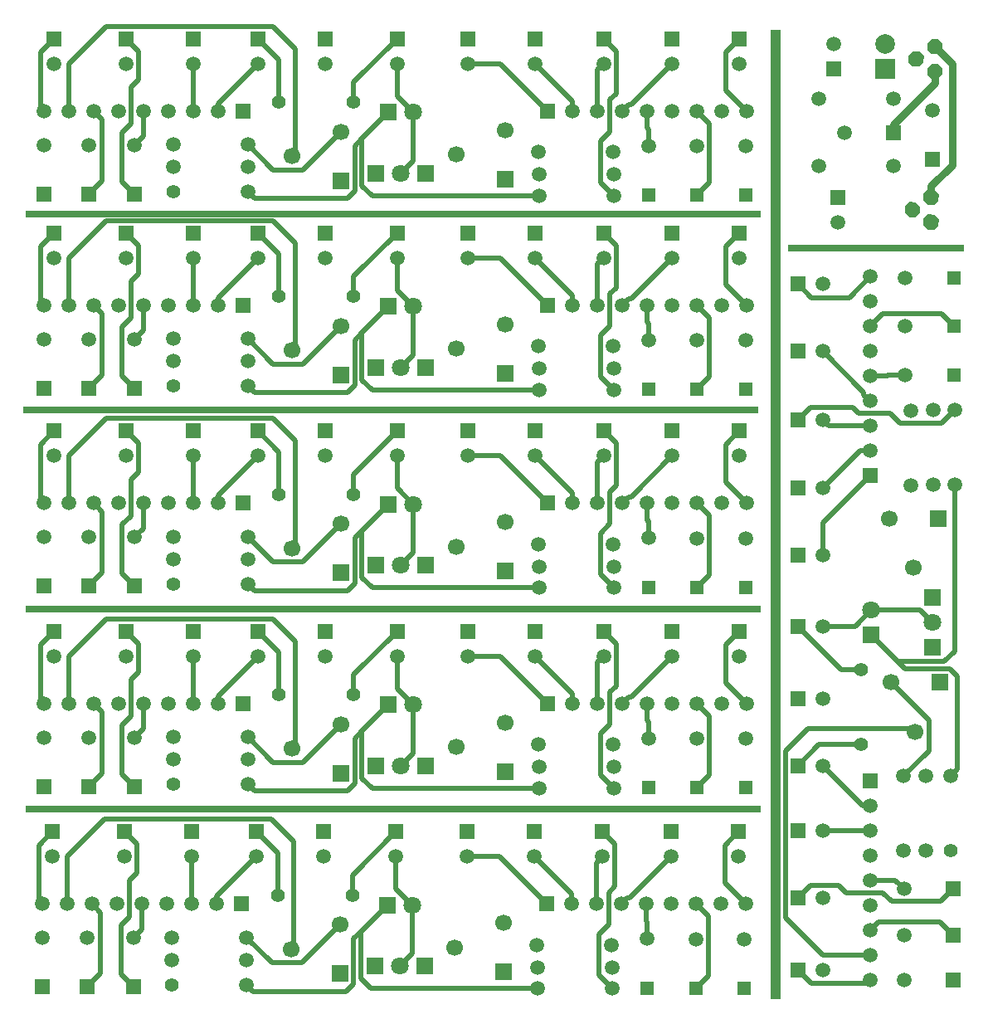
<source format=gtl>
G04 Layer_Physical_Order=1*
G04 Layer_Color=255*
%FSLAX25Y25*%
%MOIN*%
G70*
G01*
G75*
%ADD10C,0.03000*%
%ADD11C,0.02000*%
%ADD12R,0.70866X0.02756*%
%ADD13R,2.95276X0.02756*%
%ADD14R,2.95276X0.03150*%
%ADD15R,0.03937X3.89764*%
%ADD16R,0.05905X0.05905*%
%ADD17C,0.05905*%
%ADD18R,0.05905X0.05905*%
%ADD19C,0.07874*%
%ADD20R,0.07874X0.07874*%
%ADD21R,0.05315X0.05315*%
%ADD22R,0.06693X0.06693*%
%ADD23C,0.06693*%
%ADD24C,0.05512*%
%ADD25R,0.07087X0.07087*%
%ADD26C,0.07087*%
%ADD27R,0.05315X0.05315*%
%ADD28R,0.06693X0.06693*%
%ADD29R,0.07087X0.07087*%
G36*
X370958Y388928D02*
X372664Y387066D01*
X372554Y384542D01*
X370692Y382836D01*
X368168Y382946D01*
X366462Y384808D01*
X366572Y387332D01*
X368434Y389038D01*
X370958Y388928D01*
D02*
G37*
G36*
X363458Y383928D02*
X365164Y382066D01*
X365054Y379542D01*
X363192Y377836D01*
X360668Y377946D01*
X358962Y379808D01*
X359072Y382332D01*
X360934Y384038D01*
X363458Y383928D01*
D02*
G37*
G36*
X370958Y378928D02*
X372664Y377066D01*
X372554Y374542D01*
X370692Y372836D01*
X368168Y372946D01*
X366462Y374808D01*
X366572Y377332D01*
X368434Y379038D01*
X370958Y378928D01*
D02*
G37*
G36*
X369458Y328428D02*
X371164Y326566D01*
X371054Y324042D01*
X369192Y322336D01*
X366668Y322446D01*
X364962Y324308D01*
X365072Y326832D01*
X366934Y328538D01*
X369458Y328428D01*
D02*
G37*
G36*
X361958Y323428D02*
X363664Y321566D01*
X363554Y319042D01*
X361692Y317336D01*
X359168Y317446D01*
X357462Y319308D01*
X357572Y321832D01*
X359434Y323538D01*
X361958Y323428D01*
D02*
G37*
G36*
X369458Y318428D02*
X371164Y316566D01*
X371054Y314042D01*
X369192Y312336D01*
X366668Y312446D01*
X364962Y314308D01*
X365072Y316832D01*
X366934Y318538D01*
X369458Y318428D01*
D02*
G37*
D10*
X352906Y351437D02*
Y354780D01*
X369563Y371437D01*
Y375937D01*
X368063Y325437D02*
Y329937D01*
X376563Y338437D01*
Y378937D01*
X369563Y385937D02*
X376563Y378937D01*
D11*
X324500Y71000D02*
X343500D01*
X350800Y254000D02*
X357500D01*
X350300Y253500D02*
X350800Y254000D01*
X343500Y253500D02*
X350300D01*
X314500Y44000D02*
X319500Y49000D01*
X331000D01*
X334000Y46000D01*
X348600D01*
X352100Y42500D01*
X371843D01*
X376843Y47500D01*
X353657Y51000D02*
X357157Y47500D01*
X343500Y51000D02*
X353657D01*
X372100Y234600D02*
X377500Y240000D01*
X355600Y234600D02*
X372100D01*
X351700Y238500D02*
X355600Y234600D01*
X339000Y238500D02*
X351700D01*
X336500Y241000D02*
X339000Y238500D01*
X319500Y241000D02*
X336500D01*
X314500Y236000D02*
X319500Y241000D01*
X339500Y223500D02*
X343500D01*
X324500Y208500D02*
X339500Y223500D01*
X324500Y97000D02*
X340500Y81000D01*
X343500D01*
X354600Y138900D02*
X373400D01*
X377500Y143000D01*
Y210000D01*
X324500Y194500D02*
X343500Y213500D01*
X324500Y181500D02*
Y194500D01*
X357000Y93000D02*
X367100Y103100D01*
Y115215D01*
X351815Y130500D02*
X367100Y115215D01*
X341000Y246000D02*
X343500Y243500D01*
X341000Y246000D02*
Y247000D01*
X324500Y263500D02*
X341000Y247000D01*
X332000Y135500D02*
X340000D01*
X314500Y153000D02*
X332000Y135500D01*
X314500Y97000D02*
X323000Y105500D01*
X340000D01*
X314500Y15000D02*
X319900Y9600D01*
X342100D01*
X376000Y93000D02*
X378600Y95600D01*
Y133000D01*
X375600Y136000D02*
X378600Y133000D01*
X357500Y136000D02*
X375600D01*
X343500Y273500D02*
X348500Y278500D01*
X372343D01*
X377343Y273500D01*
X363500Y159500D02*
X368500Y154500D01*
X344000Y159500D02*
X363500D01*
X337500Y153000D02*
X344000Y159500D01*
X324500Y153000D02*
X337500D01*
X343500Y31000D02*
X346900Y34400D01*
X371443D01*
X376843Y29000D01*
X324500Y236000D02*
X327000Y233500D01*
X343500D01*
X335100Y285100D02*
X343500Y293500D01*
X319900Y285100D02*
X335100D01*
X314500Y290500D02*
X319900Y285100D01*
X354600Y138900D02*
X357500Y136000D01*
X344000Y149500D02*
X354600Y138900D01*
X324500Y21000D02*
X343500D01*
X309500Y36000D02*
X324500Y21000D01*
X360472Y112000D02*
X361657Y110815D01*
X309500Y36000D02*
Y103000D01*
X318500Y112000D01*
X360472D01*
X342100Y9600D02*
X343500Y11000D01*
X71500Y360000D02*
Y379000D01*
X254500Y346000D02*
Y352700D01*
X254000Y353200D02*
X254500Y352700D01*
X254000Y353200D02*
Y360000D01*
X44500Y389000D02*
X49500Y384000D01*
Y372500D02*
Y384000D01*
X46500Y369500D02*
X49500Y372500D01*
X46500Y354900D02*
Y369500D01*
X43000Y351400D02*
X46500Y354900D01*
X43000Y331657D02*
Y351400D01*
Y331657D02*
X48000Y326657D01*
Y346343D02*
X51500Y349843D01*
Y360000D01*
X235100Y331400D02*
X240500Y326000D01*
X235100Y331400D02*
Y347900D01*
X239000Y351800D01*
Y364500D01*
X241500Y367000D01*
Y384000D01*
X236500Y389000D02*
X241500Y384000D01*
X224000Y360000D02*
Y364000D01*
X209000Y379000D02*
X224000Y364000D01*
X81500Y363000D02*
X97500Y379000D01*
X81500Y360000D02*
Y363000D01*
X139400Y330100D02*
Y348900D01*
Y330100D02*
X143500Y326000D01*
X210500D01*
X195000Y379000D02*
X214000Y360000D01*
X182000Y379000D02*
X195000D01*
X93500Y346500D02*
X103600Y336400D01*
X115715D01*
X131000Y351685D01*
X244000Y360000D02*
X246500Y362500D01*
X247500D01*
X264000Y379000D01*
X136000Y363500D02*
Y371500D01*
X153500Y389000D01*
X97500D02*
X106000Y380500D01*
Y363500D02*
Y380500D01*
X10100Y383600D02*
X15500Y389000D01*
X10100Y361400D02*
Y383600D01*
X93500Y327500D02*
X96100Y324900D01*
X133500D01*
X136500Y327900D01*
Y346000D01*
X274000Y360000D02*
X279000Y355000D01*
Y331157D02*
Y355000D01*
X274000Y326157D02*
X279000Y331157D01*
X155000Y335000D02*
X160000Y340000D01*
Y359500D01*
X153500Y366000D02*
X160000Y359500D01*
X153500Y366000D02*
Y379000D01*
X31500Y360000D02*
X34900Y356600D01*
Y332057D02*
Y356600D01*
X29500Y326657D02*
X34900Y332057D01*
X234000Y376500D02*
X236500Y379000D01*
X234000Y360000D02*
Y376500D01*
X285600Y368400D02*
X294000Y360000D01*
X285600Y368400D02*
Y383600D01*
X291000Y389000D01*
X136500Y346000D02*
X139400Y348900D01*
X150000Y359500D01*
X21500Y360000D02*
Y379000D01*
X36500Y394000D01*
X111315Y341843D02*
X112500Y343028D01*
X36500Y394000D02*
X103500D01*
X112500Y385000D01*
Y343028D02*
Y385000D01*
X10100Y361400D02*
X11500Y360000D01*
X71500Y282000D02*
Y301000D01*
X254500Y268000D02*
Y274700D01*
X254000Y275200D02*
X254500Y274700D01*
X254000Y275200D02*
Y282000D01*
X44500Y311000D02*
X49500Y306000D01*
Y294500D02*
Y306000D01*
X46500Y291500D02*
X49500Y294500D01*
X46500Y276900D02*
Y291500D01*
X43000Y273400D02*
X46500Y276900D01*
X43000Y253657D02*
Y273400D01*
Y253657D02*
X48000Y248657D01*
Y268343D02*
X51500Y271843D01*
Y282000D01*
X235100Y253400D02*
X240500Y248000D01*
X235100Y253400D02*
Y269900D01*
X239000Y273800D01*
Y286500D01*
X241500Y289000D01*
Y306000D01*
X236500Y311000D02*
X241500Y306000D01*
X224000Y282000D02*
Y286000D01*
X209000Y301000D02*
X224000Y286000D01*
X81500Y285000D02*
X97500Y301000D01*
X81500Y282000D02*
Y285000D01*
X139400Y252100D02*
Y270900D01*
Y252100D02*
X143500Y248000D01*
X210500D01*
X195000Y301000D02*
X214000Y282000D01*
X182000Y301000D02*
X195000D01*
X93500Y268500D02*
X103600Y258400D01*
X115715D01*
X131000Y273685D01*
X244000Y282000D02*
X246500Y284500D01*
X247500D01*
X264000Y301000D01*
X136000Y285500D02*
Y293500D01*
X153500Y311000D01*
X97500D02*
X106000Y302500D01*
Y285500D02*
Y302500D01*
X10100Y305600D02*
X15500Y311000D01*
X10100Y283400D02*
Y305600D01*
X93500Y249500D02*
X96100Y246900D01*
X133500D01*
X136500Y249900D01*
Y268000D01*
X274000Y282000D02*
X279000Y277000D01*
Y253157D02*
Y277000D01*
X274000Y248157D02*
X279000Y253157D01*
X155000Y257000D02*
X160000Y262000D01*
Y281500D01*
X153500Y288000D02*
X160000Y281500D01*
X153500Y288000D02*
Y301000D01*
X31500Y282000D02*
X34900Y278600D01*
Y254057D02*
Y278600D01*
X29500Y248657D02*
X34900Y254057D01*
X234000Y298500D02*
X236500Y301000D01*
X234000Y282000D02*
Y298500D01*
X285600Y290400D02*
X294000Y282000D01*
X285600Y290400D02*
Y305600D01*
X291000Y311000D01*
X136500Y268000D02*
X139400Y270900D01*
X150000Y281500D01*
X21500Y282000D02*
Y301000D01*
X36500Y316000D01*
X111315Y263843D02*
X112500Y265028D01*
X36500Y316000D02*
X103500D01*
X112500Y307000D01*
Y265028D02*
Y307000D01*
X10100Y283400D02*
X11500Y282000D01*
X71500Y202500D02*
Y221500D01*
X254500Y188500D02*
Y195200D01*
X254000Y195700D02*
X254500Y195200D01*
X254000Y195700D02*
Y202500D01*
X44500Y231500D02*
X49500Y226500D01*
Y215000D02*
Y226500D01*
X46500Y212000D02*
X49500Y215000D01*
X46500Y197400D02*
Y212000D01*
X43000Y193900D02*
X46500Y197400D01*
X43000Y174157D02*
Y193900D01*
Y174157D02*
X48000Y169157D01*
Y188843D02*
X51500Y192343D01*
Y202500D01*
X235100Y173900D02*
X240500Y168500D01*
X235100Y173900D02*
Y190400D01*
X239000Y194300D01*
Y207000D01*
X241500Y209500D01*
Y226500D01*
X236500Y231500D02*
X241500Y226500D01*
X224000Y202500D02*
Y206500D01*
X209000Y221500D02*
X224000Y206500D01*
X81500Y205500D02*
X97500Y221500D01*
X81500Y202500D02*
Y205500D01*
X139400Y172600D02*
Y191400D01*
Y172600D02*
X143500Y168500D01*
X210500D01*
X195000Y221500D02*
X214000Y202500D01*
X182000Y221500D02*
X195000D01*
X93500Y189000D02*
X103600Y178900D01*
X115715D01*
X131000Y194185D01*
X244000Y202500D02*
X246500Y205000D01*
X247500D01*
X264000Y221500D01*
X136000Y206000D02*
Y214000D01*
X153500Y231500D01*
X97500D02*
X106000Y223000D01*
Y206000D02*
Y223000D01*
X10100Y226100D02*
X15500Y231500D01*
X10100Y203900D02*
Y226100D01*
X93500Y170000D02*
X96100Y167400D01*
X133500D01*
X136500Y170400D01*
Y188500D01*
X274000Y202500D02*
X279000Y197500D01*
Y173657D02*
Y197500D01*
X274000Y168657D02*
X279000Y173657D01*
X155000Y177500D02*
X160000Y182500D01*
Y202000D01*
X153500Y208500D02*
X160000Y202000D01*
X153500Y208500D02*
Y221500D01*
X31500Y202500D02*
X34900Y199100D01*
Y174557D02*
Y199100D01*
X29500Y169157D02*
X34900Y174557D01*
X234000Y219000D02*
X236500Y221500D01*
X234000Y202500D02*
Y219000D01*
X285600Y210900D02*
X294000Y202500D01*
X285600Y210900D02*
Y226100D01*
X291000Y231500D01*
X136500Y188500D02*
X139400Y191400D01*
X150000Y202000D01*
X21500Y202500D02*
Y221500D01*
X36500Y236500D01*
X111315Y184343D02*
X112500Y185528D01*
X36500Y236500D02*
X103500D01*
X112500Y227500D01*
Y185528D02*
Y227500D01*
X10100Y203900D02*
X11500Y202500D01*
X71500Y122000D02*
Y141000D01*
X254500Y108000D02*
Y114700D01*
X254000Y115200D02*
X254500Y114700D01*
X254000Y115200D02*
Y122000D01*
X44500Y151000D02*
X49500Y146000D01*
Y134500D02*
Y146000D01*
X46500Y131500D02*
X49500Y134500D01*
X46500Y116900D02*
Y131500D01*
X43000Y113400D02*
X46500Y116900D01*
X43000Y93657D02*
Y113400D01*
Y93657D02*
X48000Y88657D01*
Y108343D02*
X51500Y111843D01*
Y122000D01*
X235100Y93400D02*
X240500Y88000D01*
X235100Y93400D02*
Y109900D01*
X239000Y113800D01*
Y126500D01*
X241500Y129000D01*
Y146000D01*
X236500Y151000D02*
X241500Y146000D01*
X224000Y122000D02*
Y126000D01*
X209000Y141000D02*
X224000Y126000D01*
X81500Y125000D02*
X97500Y141000D01*
X81500Y122000D02*
Y125000D01*
X139400Y92100D02*
Y110900D01*
Y92100D02*
X143500Y88000D01*
X210500D01*
X195000Y141000D02*
X214000Y122000D01*
X182000Y141000D02*
X195000D01*
X93500Y108500D02*
X103600Y98400D01*
X115715D01*
X131000Y113685D01*
X244000Y122000D02*
X246500Y124500D01*
X247500D01*
X264000Y141000D01*
X136000Y125500D02*
Y133500D01*
X153500Y151000D01*
X97500D02*
X106000Y142500D01*
Y125500D02*
Y142500D01*
X10100Y145600D02*
X15500Y151000D01*
X10100Y123400D02*
Y145600D01*
X93500Y89500D02*
X96100Y86900D01*
X133500D01*
X136500Y89900D01*
Y108000D01*
X274000Y122000D02*
X279000Y117000D01*
Y93157D02*
Y117000D01*
X274000Y88157D02*
X279000Y93157D01*
X155000Y97000D02*
X160000Y102000D01*
Y121500D01*
X153500Y128000D02*
X160000Y121500D01*
X153500Y128000D02*
Y141000D01*
X31500Y122000D02*
X34900Y118600D01*
Y94057D02*
Y118600D01*
X29500Y88657D02*
X34900Y94057D01*
X234000Y138500D02*
X236500Y141000D01*
X234000Y122000D02*
Y138500D01*
X285600Y130400D02*
X294000Y122000D01*
X285600Y130400D02*
Y145600D01*
X291000Y151000D01*
X136500Y108000D02*
X139400Y110900D01*
X150000Y121500D01*
X21500Y122000D02*
Y141000D01*
X36500Y156000D01*
X111315Y103843D02*
X112500Y105028D01*
X36500Y156000D02*
X103500D01*
X112500Y147000D01*
Y105028D02*
Y147000D01*
X10100Y123400D02*
X11500Y122000D01*
X9600Y42900D02*
X11000Y41500D01*
X112000Y24528D02*
Y66500D01*
X103000Y75500D02*
X112000Y66500D01*
X36000Y75500D02*
X103000D01*
X110815Y23343D02*
X112000Y24528D01*
X21000Y60500D02*
X36000Y75500D01*
X21000Y41500D02*
Y60500D01*
X138900Y30400D02*
X149500Y41000D01*
X136000Y27500D02*
X138900Y30400D01*
X285100Y65100D02*
X290500Y70500D01*
X285100Y49900D02*
Y65100D01*
Y49900D02*
X293500Y41500D01*
X233500D02*
Y58000D01*
X236000Y60500D01*
X29000Y8157D02*
X34400Y13557D01*
Y38100D01*
X31000Y41500D02*
X34400Y38100D01*
X153000Y47500D02*
Y60500D01*
Y47500D02*
X159500Y41000D01*
Y21500D02*
Y41000D01*
X154500Y16500D02*
X159500Y21500D01*
X273500Y7657D02*
X278500Y12657D01*
Y36500D01*
X273500Y41500D02*
X278500Y36500D01*
X136000Y9400D02*
Y27500D01*
X133000Y6400D02*
X136000Y9400D01*
X95600Y6400D02*
X133000D01*
X93000Y9000D02*
X95600Y6400D01*
X9600Y42900D02*
Y65100D01*
X15000Y70500D01*
X105500Y45000D02*
Y62000D01*
X97000Y70500D02*
X105500Y62000D01*
X135500Y53000D02*
X153000Y70500D01*
X135500Y45000D02*
Y53000D01*
X247000Y44000D02*
X263500Y60500D01*
X246000Y44000D02*
X247000D01*
X243500Y41500D02*
X246000Y44000D01*
X115215Y17900D02*
X130500Y33185D01*
X103100Y17900D02*
X115215D01*
X93000Y28000D02*
X103100Y17900D01*
X181500Y60500D02*
X194500D01*
X213500Y41500D01*
X143000Y7500D02*
X210000D01*
X138900Y11600D02*
X143000Y7500D01*
X138900Y11600D02*
Y30400D01*
X81000Y41500D02*
Y44500D01*
X97000Y60500D01*
X208500D02*
X223500Y45500D01*
Y41500D02*
Y45500D01*
X236000Y70500D02*
X241000Y65500D01*
Y48500D02*
Y65500D01*
X238500Y46000D02*
X241000Y48500D01*
X238500Y33300D02*
Y46000D01*
X234600Y29400D02*
X238500Y33300D01*
X234600Y12900D02*
Y29400D01*
Y12900D02*
X240000Y7500D01*
X51000Y31343D02*
Y41500D01*
X47500Y27843D02*
X51000Y31343D01*
X42500Y13157D02*
X47500Y8157D01*
X42500Y13157D02*
Y32900D01*
X46000Y36400D01*
Y51000D01*
X49000Y54000D01*
Y65500D01*
X44000Y70500D02*
X49000Y65500D01*
X253500Y34700D02*
Y41500D01*
Y34700D02*
X254000Y34200D01*
Y27500D02*
Y34200D01*
X71000Y41500D02*
Y60500D01*
D12*
X346000Y305000D02*
D03*
D13*
X152000Y318500D02*
D03*
D14*
X151000Y240000D02*
D03*
X152000Y160000D02*
D03*
Y79500D02*
D03*
D15*
X305500Y198000D02*
D03*
D16*
X368563Y340595D02*
D03*
X330563Y325437D02*
D03*
X329063Y376937D02*
D03*
X343500Y91000D02*
D03*
Y213500D02*
D03*
X124500Y389000D02*
D03*
X97500D02*
D03*
X71500D02*
D03*
X44500D02*
D03*
X15500D02*
D03*
X182000D02*
D03*
X11500Y326657D02*
D03*
X209000Y389000D02*
D03*
X236500D02*
D03*
X29500Y326657D02*
D03*
X264000Y389000D02*
D03*
X291000D02*
D03*
X48000Y326657D02*
D03*
X153500Y389000D02*
D03*
X124500Y311000D02*
D03*
X97500D02*
D03*
X71500D02*
D03*
X44500D02*
D03*
X15500D02*
D03*
X182000D02*
D03*
X11500Y248657D02*
D03*
X209000Y311000D02*
D03*
X236500D02*
D03*
X29500Y248657D02*
D03*
X264000Y311000D02*
D03*
X291000D02*
D03*
X48000Y248657D02*
D03*
X153500Y311000D02*
D03*
X124500Y231500D02*
D03*
X97500D02*
D03*
X71500D02*
D03*
X44500D02*
D03*
X15500D02*
D03*
X182000D02*
D03*
X11500Y169157D02*
D03*
X209000Y231500D02*
D03*
X236500D02*
D03*
X29500Y169157D02*
D03*
X264000Y231500D02*
D03*
X291000D02*
D03*
X48000Y169157D02*
D03*
X153500Y231500D02*
D03*
X124500Y151000D02*
D03*
X97500D02*
D03*
X71500D02*
D03*
X44500D02*
D03*
X15500D02*
D03*
X182000D02*
D03*
X11500Y88657D02*
D03*
X209000Y151000D02*
D03*
X236500D02*
D03*
X29500Y88657D02*
D03*
X264000Y151000D02*
D03*
X291000D02*
D03*
X48000Y88657D02*
D03*
X153500Y151000D02*
D03*
X29000Y8157D02*
D03*
X47500D02*
D03*
X153000Y70500D02*
D03*
X124000D02*
D03*
X97000D02*
D03*
X71000D02*
D03*
X44000D02*
D03*
X15000D02*
D03*
X290500D02*
D03*
X263500D02*
D03*
X236000D02*
D03*
X208500D02*
D03*
X181500D02*
D03*
X11000Y8157D02*
D03*
D17*
X368563Y360279D02*
D03*
X333221Y351437D02*
D03*
X330563Y315437D02*
D03*
X329063Y386937D02*
D03*
X368063Y315437D02*
D03*
X360563Y320437D02*
D03*
X368063Y325437D02*
D03*
X369563Y375937D02*
D03*
X362063Y380937D02*
D03*
X369563Y385937D02*
D03*
X353063Y337937D02*
D03*
X323063D02*
D03*
X353063Y364937D02*
D03*
X323063D02*
D03*
X324500Y124000D02*
D03*
Y97000D02*
D03*
Y71000D02*
D03*
Y44000D02*
D03*
Y15000D02*
D03*
Y181500D02*
D03*
X357157Y11000D02*
D03*
X357657Y293000D02*
D03*
X357000Y93000D02*
D03*
Y63000D02*
D03*
X360000Y209600D02*
D03*
Y239600D02*
D03*
X324500Y208500D02*
D03*
Y236000D02*
D03*
X357157Y29000D02*
D03*
X357657Y273500D02*
D03*
X324500Y263500D02*
D03*
Y290500D02*
D03*
X366000Y63000D02*
D03*
Y93000D02*
D03*
X369000Y240000D02*
D03*
Y210000D02*
D03*
X357157Y47500D02*
D03*
X357500Y254000D02*
D03*
X376000Y93000D02*
D03*
X377500Y210000D02*
D03*
Y240000D02*
D03*
X343500Y71000D02*
D03*
Y61000D02*
D03*
Y51000D02*
D03*
Y41000D02*
D03*
Y31000D02*
D03*
Y21000D02*
D03*
Y11000D02*
D03*
Y81000D02*
D03*
Y233500D02*
D03*
Y243500D02*
D03*
Y253500D02*
D03*
Y263500D02*
D03*
Y273500D02*
D03*
Y283500D02*
D03*
Y293500D02*
D03*
Y223500D02*
D03*
X324500Y153000D02*
D03*
X124500Y379000D02*
D03*
X97500D02*
D03*
X71500D02*
D03*
X44500D02*
D03*
X15500D02*
D03*
X182000D02*
D03*
X11500Y346343D02*
D03*
X293500Y345843D02*
D03*
X93500Y346500D02*
D03*
X63500D02*
D03*
X210100Y343500D02*
D03*
X240100D02*
D03*
X209000Y379000D02*
D03*
X236500D02*
D03*
X29500Y346343D02*
D03*
X274000Y345843D02*
D03*
X264000Y379000D02*
D03*
X291000D02*
D03*
X63500Y337500D02*
D03*
X93500D02*
D03*
X240500Y334500D02*
D03*
X210500D02*
D03*
X48000Y346343D02*
D03*
X254500Y346000D02*
D03*
X93500Y327500D02*
D03*
X210500Y326000D02*
D03*
X240500D02*
D03*
X71500Y360000D02*
D03*
X61500D02*
D03*
X51500D02*
D03*
X41500D02*
D03*
X31500D02*
D03*
X21500D02*
D03*
X11500D02*
D03*
X81500D02*
D03*
X234000D02*
D03*
X244000D02*
D03*
X254000D02*
D03*
X264000D02*
D03*
X274000D02*
D03*
X284000D02*
D03*
X294000D02*
D03*
X224000D02*
D03*
X153500Y379000D02*
D03*
X124500Y301000D02*
D03*
X97500D02*
D03*
X71500D02*
D03*
X44500D02*
D03*
X15500D02*
D03*
X182000D02*
D03*
X11500Y268343D02*
D03*
X293500Y267843D02*
D03*
X93500Y268500D02*
D03*
X63500D02*
D03*
X210100Y265500D02*
D03*
X240100D02*
D03*
X209000Y301000D02*
D03*
X236500D02*
D03*
X29500Y268343D02*
D03*
X274000Y267843D02*
D03*
X264000Y301000D02*
D03*
X291000D02*
D03*
X63500Y259500D02*
D03*
X93500D02*
D03*
X240500Y256500D02*
D03*
X210500D02*
D03*
X48000Y268343D02*
D03*
X254500Y268000D02*
D03*
X93500Y249500D02*
D03*
X210500Y248000D02*
D03*
X240500D02*
D03*
X71500Y282000D02*
D03*
X61500D02*
D03*
X51500D02*
D03*
X41500D02*
D03*
X31500D02*
D03*
X21500D02*
D03*
X11500D02*
D03*
X81500D02*
D03*
X234000D02*
D03*
X244000D02*
D03*
X254000D02*
D03*
X264000D02*
D03*
X274000D02*
D03*
X284000D02*
D03*
X294000D02*
D03*
X224000D02*
D03*
X153500Y301000D02*
D03*
X124500Y221500D02*
D03*
X97500D02*
D03*
X71500D02*
D03*
X44500D02*
D03*
X15500D02*
D03*
X182000D02*
D03*
X11500Y188843D02*
D03*
X293500Y188343D02*
D03*
X93500Y189000D02*
D03*
X63500D02*
D03*
X210100Y186000D02*
D03*
X240100D02*
D03*
X209000Y221500D02*
D03*
X236500D02*
D03*
X29500Y188843D02*
D03*
X274000Y188343D02*
D03*
X264000Y221500D02*
D03*
X291000D02*
D03*
X63500Y180000D02*
D03*
X93500D02*
D03*
X240500Y177000D02*
D03*
X210500D02*
D03*
X48000Y188843D02*
D03*
X254500Y188500D02*
D03*
X93500Y170000D02*
D03*
X210500Y168500D02*
D03*
X240500D02*
D03*
X71500Y202500D02*
D03*
X61500D02*
D03*
X51500D02*
D03*
X41500D02*
D03*
X31500D02*
D03*
X21500D02*
D03*
X11500D02*
D03*
X81500D02*
D03*
X234000D02*
D03*
X244000D02*
D03*
X254000D02*
D03*
X264000D02*
D03*
X274000D02*
D03*
X284000D02*
D03*
X294000D02*
D03*
X224000D02*
D03*
X153500Y221500D02*
D03*
X124500Y141000D02*
D03*
X97500D02*
D03*
X71500D02*
D03*
X44500D02*
D03*
X15500D02*
D03*
X182000D02*
D03*
X11500Y108343D02*
D03*
X293500Y107843D02*
D03*
X93500Y108500D02*
D03*
X63500D02*
D03*
X210100Y105500D02*
D03*
X240100D02*
D03*
X209000Y141000D02*
D03*
X236500D02*
D03*
X29500Y108343D02*
D03*
X274000Y107843D02*
D03*
X264000Y141000D02*
D03*
X291000D02*
D03*
X63500Y99500D02*
D03*
X93500D02*
D03*
X240500Y96500D02*
D03*
X210500D02*
D03*
X48000Y108343D02*
D03*
X254500Y108000D02*
D03*
X93500Y89500D02*
D03*
X210500Y88000D02*
D03*
X240500D02*
D03*
X71500Y122000D02*
D03*
X61500D02*
D03*
X51500D02*
D03*
X41500D02*
D03*
X31500D02*
D03*
X21500D02*
D03*
X11500D02*
D03*
X81500D02*
D03*
X234000D02*
D03*
X244000D02*
D03*
X254000D02*
D03*
X264000D02*
D03*
X274000D02*
D03*
X284000D02*
D03*
X294000D02*
D03*
X224000D02*
D03*
X153500Y141000D02*
D03*
X210000Y7500D02*
D03*
X240000D02*
D03*
X93000Y28000D02*
D03*
X63000D02*
D03*
X29000Y27843D02*
D03*
X47500D02*
D03*
X63000Y19000D02*
D03*
X93000D02*
D03*
Y9000D02*
D03*
X153000Y60500D02*
D03*
X124000D02*
D03*
X97000D02*
D03*
X71000D02*
D03*
X44000D02*
D03*
X15000D02*
D03*
X290500D02*
D03*
X263500D02*
D03*
X236000D02*
D03*
X208500D02*
D03*
X181500D02*
D03*
X233500Y41500D02*
D03*
X243500D02*
D03*
X253500D02*
D03*
X263500D02*
D03*
X273500D02*
D03*
X283500D02*
D03*
X293500D02*
D03*
X223500D02*
D03*
X254000Y27500D02*
D03*
X71000Y41500D02*
D03*
X61000D02*
D03*
X51000D02*
D03*
X41000D02*
D03*
X31000D02*
D03*
X21000D02*
D03*
X11000D02*
D03*
X81000D02*
D03*
X240000Y16000D02*
D03*
X210000D02*
D03*
X273500Y27343D02*
D03*
X209600Y25000D02*
D03*
X239600D02*
D03*
X293000Y27343D02*
D03*
X11000Y27843D02*
D03*
D18*
X352906Y351437D02*
D03*
X314500Y124000D02*
D03*
Y97000D02*
D03*
Y71000D02*
D03*
Y44000D02*
D03*
Y15000D02*
D03*
Y181500D02*
D03*
X376843Y11000D02*
D03*
X314500Y208500D02*
D03*
Y236000D02*
D03*
X376843Y29000D02*
D03*
X314500Y263500D02*
D03*
Y290500D02*
D03*
X376843Y47500D02*
D03*
X314500Y153000D02*
D03*
X91500Y360000D02*
D03*
X214000D02*
D03*
X91500Y282000D02*
D03*
X214000D02*
D03*
X91500Y202500D02*
D03*
X214000D02*
D03*
X91500Y122000D02*
D03*
X214000D02*
D03*
X213500Y41500D02*
D03*
X91000D02*
D03*
D19*
X349563Y386937D02*
D03*
D20*
Y376937D02*
D03*
D21*
X377343Y293000D02*
D03*
Y273500D02*
D03*
X377185Y254000D02*
D03*
D22*
X371500Y130500D02*
D03*
X370843Y196343D02*
D03*
D23*
X361657Y110815D02*
D03*
X351815Y130500D02*
D03*
X361000Y176657D02*
D03*
X351157Y196343D02*
D03*
X111315Y341843D02*
D03*
X131000Y351685D02*
D03*
X177157Y342500D02*
D03*
X196843Y352343D02*
D03*
X111315Y263843D02*
D03*
X131000Y273685D02*
D03*
X177157Y264500D02*
D03*
X196843Y274343D02*
D03*
X111315Y184343D02*
D03*
X131000Y194185D02*
D03*
X177157Y185000D02*
D03*
X196843Y194843D02*
D03*
X111315Y103843D02*
D03*
X131000Y113685D02*
D03*
X177157Y104500D02*
D03*
X196843Y114343D02*
D03*
X176657Y24000D02*
D03*
X196343Y33843D02*
D03*
X110815Y23343D02*
D03*
X130500Y33185D02*
D03*
D24*
X376000Y63000D02*
D03*
X340000Y135500D02*
D03*
Y105500D02*
D03*
X63500Y327500D02*
D03*
X136000Y363500D02*
D03*
X106000D02*
D03*
X63500Y249500D02*
D03*
X136000Y285500D02*
D03*
X106000D02*
D03*
X63500Y170000D02*
D03*
X136000Y206000D02*
D03*
X106000D02*
D03*
X63500Y89500D02*
D03*
X136000Y125500D02*
D03*
X106000D02*
D03*
X135500Y45000D02*
D03*
X105500D02*
D03*
X63000Y9000D02*
D03*
D25*
X368500Y144500D02*
D03*
Y164500D02*
D03*
X344000Y149500D02*
D03*
D26*
X368500Y154500D02*
D03*
X344000Y159500D02*
D03*
X155000Y335000D02*
D03*
X160000Y359500D02*
D03*
X155000Y257000D02*
D03*
X160000Y281500D02*
D03*
X155000Y177500D02*
D03*
X160000Y202000D02*
D03*
X155000Y97000D02*
D03*
X160000Y121500D02*
D03*
X154500Y16500D02*
D03*
X159500Y41000D02*
D03*
D27*
X293500Y326157D02*
D03*
X274000D02*
D03*
X254500Y326315D02*
D03*
X293500Y248157D02*
D03*
X274000D02*
D03*
X254500Y248315D02*
D03*
X293500Y168657D02*
D03*
X274000D02*
D03*
X254500Y168815D02*
D03*
X293500Y88157D02*
D03*
X274000D02*
D03*
X254500Y88315D02*
D03*
X254000Y7815D02*
D03*
X273500Y7657D02*
D03*
X293000D02*
D03*
D28*
X131000Y332000D02*
D03*
X196843Y332657D02*
D03*
X131000Y254000D02*
D03*
X196843Y254657D02*
D03*
X131000Y174500D02*
D03*
X196843Y175157D02*
D03*
X131000Y94000D02*
D03*
X196843Y94657D02*
D03*
X196343Y14157D02*
D03*
X130500Y13500D02*
D03*
D29*
X145000Y335000D02*
D03*
X165000D02*
D03*
X150000Y359500D02*
D03*
X145000Y257000D02*
D03*
X165000D02*
D03*
X150000Y281500D02*
D03*
X145000Y177500D02*
D03*
X165000D02*
D03*
X150000Y202000D02*
D03*
X145000Y97000D02*
D03*
X165000D02*
D03*
X150000Y121500D02*
D03*
X144500Y16500D02*
D03*
X164500D02*
D03*
X149500Y41000D02*
D03*
M02*

</source>
